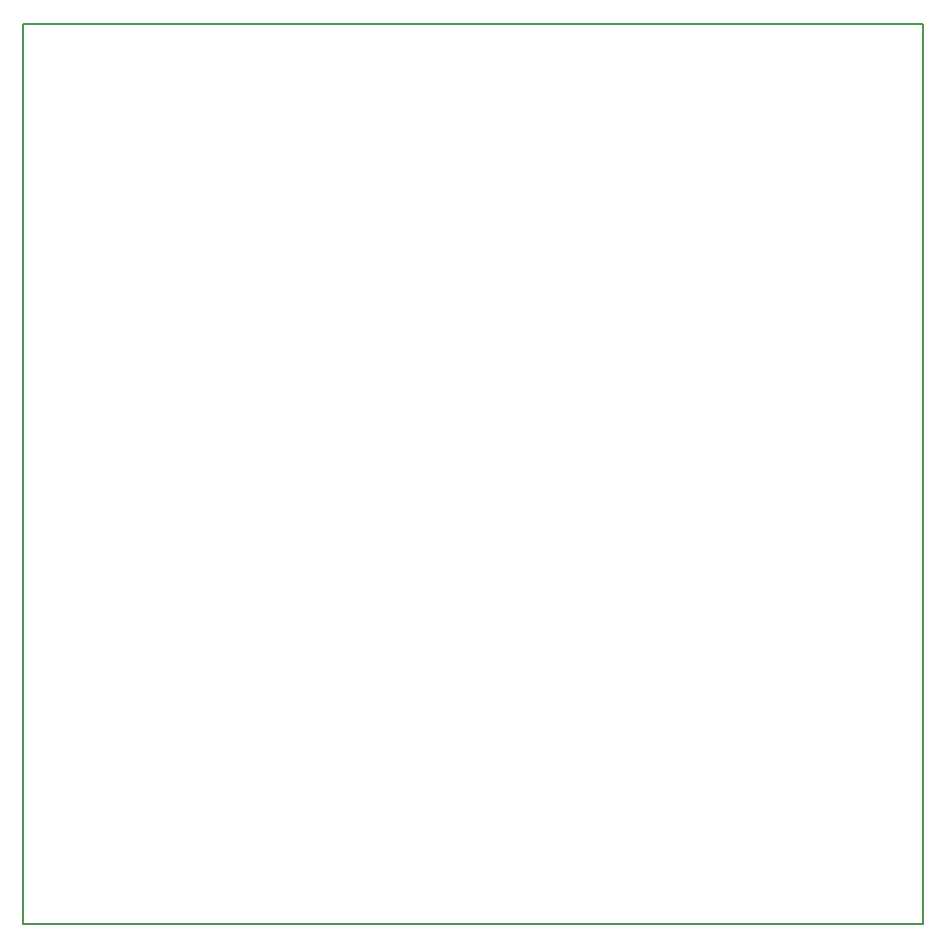
<source format=gbr>
G04 #@! TF.GenerationSoftware,KiCad,Pcbnew,(5.0.0)*
G04 #@! TF.CreationDate,2020-05-09T15:13:36-06:00*
G04 #@! TF.ProjectId,4x4_backpack,3478345F6261636B7061636B2E6B6963,rev?*
G04 #@! TF.SameCoordinates,Original*
G04 #@! TF.FileFunction,Profile,NP*
%FSLAX46Y46*%
G04 Gerber Fmt 4.6, Leading zero omitted, Abs format (unit mm)*
G04 Created by KiCad (PCBNEW (5.0.0)) date 05/09/20 15:13:36*
%MOMM*%
%LPD*%
G01*
G04 APERTURE LIST*
%ADD10C,0.150000*%
G04 APERTURE END LIST*
D10*
X152400000Y-76200000D02*
X76200000Y-76200000D01*
X152400000Y-152400000D02*
X152400000Y-76200000D01*
X76200000Y-152400000D02*
X152400000Y-152400000D01*
X76200000Y-76200000D02*
X76200000Y-152400000D01*
M02*

</source>
